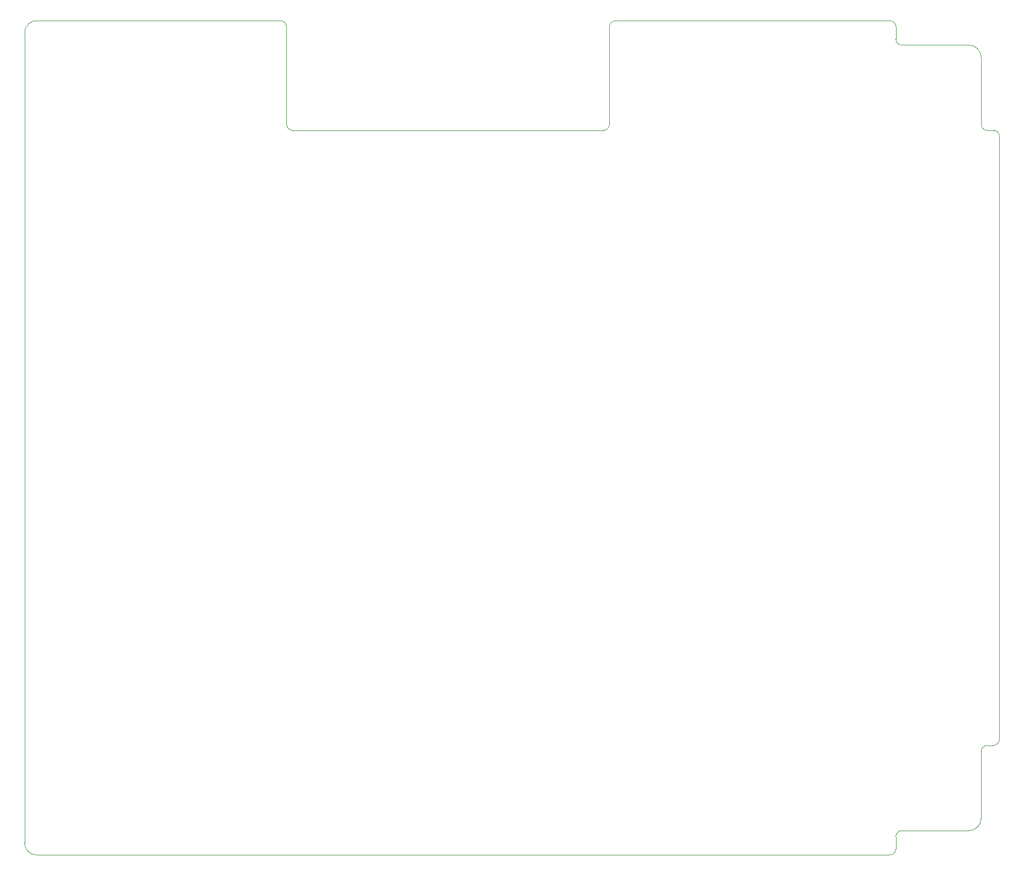
<source format=gm1>
%TF.GenerationSoftware,KiCad,Pcbnew,5.1.10-88a1d61d58~90~ubuntu20.04.1*%
%TF.CreationDate,2021-10-18T00:45:22+03:00*%
%TF.ProjectId,PRS_relay_board,5052535f-7265-46c6-9179-5f626f617264,rev?*%
%TF.SameCoordinates,Original*%
%TF.FileFunction,Profile,NP*%
%FSLAX46Y46*%
G04 Gerber Fmt 4.6, Leading zero omitted, Abs format (unit mm)*
G04 Created by KiCad (PCBNEW 5.1.10-88a1d61d58~90~ubuntu20.04.1) date 2021-10-18 00:45:22*
%MOMM*%
%LPD*%
G01*
G04 APERTURE LIST*
%TA.AperFunction,Profile*%
%ADD10C,0.050000*%
%TD*%
G04 APERTURE END LIST*
D10*
X155000000Y-67000000D02*
X104000000Y-67000000D01*
X157000000Y-49000000D02*
X202000000Y-49000000D01*
X62000000Y-49000000D02*
X102000000Y-49000000D01*
X203000000Y-52000000D02*
X203000000Y-50000000D01*
X215000000Y-53000000D02*
X204000000Y-53000000D01*
X217000000Y-66000000D02*
X217000000Y-55000000D01*
X220000000Y-68000000D02*
X220000000Y-167000000D01*
X218000000Y-67000000D02*
X219000000Y-67000000D01*
X202000000Y-49000000D02*
G75*
G02*
X203000000Y-50000000I0J-1000000D01*
G01*
X204000000Y-53000000D02*
G75*
G02*
X203000000Y-52000000I0J1000000D01*
G01*
X218000000Y-67000000D02*
G75*
G02*
X217000000Y-66000000I0J1000000D01*
G01*
X219000000Y-67000000D02*
G75*
G02*
X220000000Y-68000000I0J-1000000D01*
G01*
X215000000Y-182000000D02*
X204000000Y-182000000D01*
X217000000Y-169000000D02*
X217000000Y-180000000D01*
X218000000Y-168000000D02*
X219000000Y-168000000D01*
X220000000Y-167000000D02*
G75*
G02*
X219000000Y-168000000I-1000000J0D01*
G01*
X217000000Y-169000000D02*
G75*
G02*
X218000000Y-168000000I1000000J0D01*
G01*
X203000000Y-185000000D02*
X203000000Y-183000000D01*
X201000000Y-186000000D02*
X202000000Y-186000000D01*
X203000000Y-185000000D02*
G75*
G02*
X202000000Y-186000000I-1000000J0D01*
G01*
X62000000Y-186000000D02*
X201000000Y-186000000D01*
X203000000Y-183000000D02*
G75*
G02*
X204000000Y-182000000I1000000J0D01*
G01*
X217000000Y-180000000D02*
G75*
G02*
X215000000Y-182000000I-2000000J0D01*
G01*
X60000000Y-51000000D02*
X60000000Y-56000000D01*
X60000000Y-56000000D02*
X60000000Y-184000000D01*
X103000000Y-66000000D02*
X103000000Y-50000000D01*
X156000000Y-50000000D02*
X156000000Y-66000000D01*
X156000000Y-50000000D02*
G75*
G02*
X157000000Y-49000000I1000000J0D01*
G01*
X156000000Y-66000000D02*
G75*
G02*
X155000000Y-67000000I-1000000J0D01*
G01*
X104000000Y-67000000D02*
G75*
G02*
X103000000Y-66000000I0J1000000D01*
G01*
X102000000Y-49000000D02*
G75*
G02*
X103000000Y-50000000I0J-1000000D01*
G01*
X62000000Y-186000000D02*
G75*
G02*
X60000000Y-184000000I0J2000000D01*
G01*
X60000000Y-51000000D02*
G75*
G02*
X62000000Y-49000000I2000000J0D01*
G01*
X215000000Y-53000000D02*
G75*
G02*
X217000000Y-55000000I0J-2000000D01*
G01*
M02*

</source>
